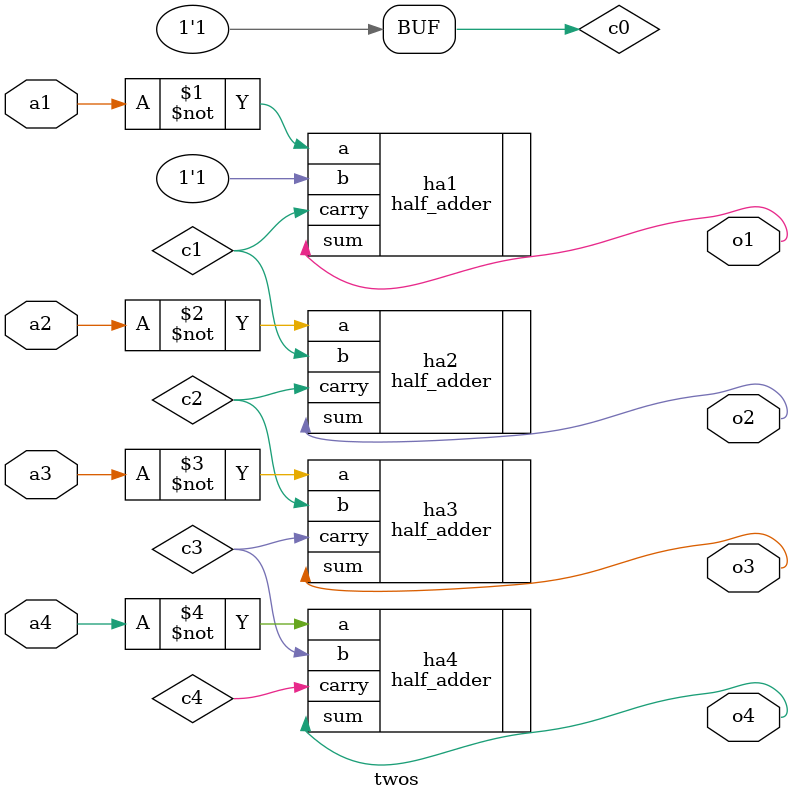
<source format=v>
module twos(a1, a2, a3, a4, o1, o2, o3, o4);

	input a1, a2, a3, a4;
	output o1, o2, o3, o4;
	wire c1, c2, c3, c4;
	assign c0 = 1;
	half_adder ha1(.a(~a1), .b(c0), .sum(o1), .carry(c1));
	half_adder ha2(.a(~a2), .b(c1), .sum(o2), .carry(c2));
	half_adder ha3(.a(~a3), .b(c2), .sum(o3), .carry(c3));
	half_adder ha4(.a(~a4), .b(c3), .sum(o4), .carry(c4));
	
endmodule

</source>
